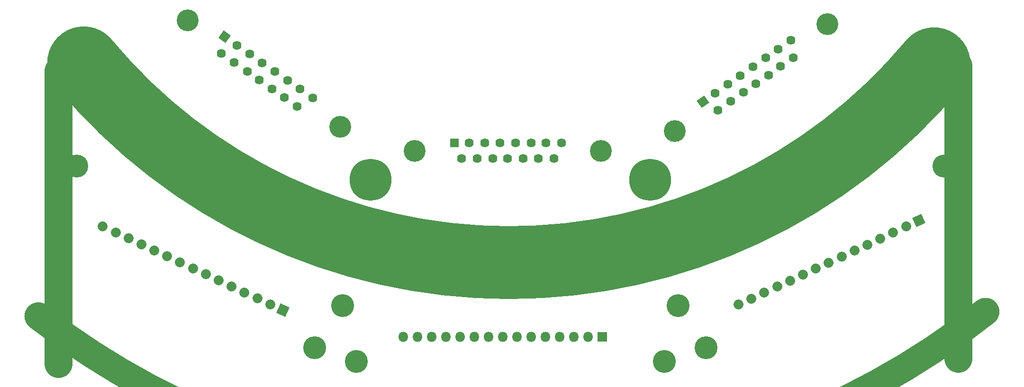
<source format=gbs>
G04 #@! TF.FileFunction,Soldermask,Bot*
%FSLAX46Y46*%
G04 Gerber Fmt 4.6, Leading zero omitted, Abs format (unit mm)*
G04 Created by KiCad (PCBNEW 4.0.6) date Fri Oct 27 18:31:30 2017*
%MOMM*%
%LPD*%
G01*
G04 APERTURE LIST*
%ADD10C,0.100000*%
%ADD11C,5.000000*%
%ADD12C,13.000000*%
%ADD13C,7.500000*%
%ADD14C,3.910000*%
%ADD15C,1.620000*%
%ADD16R,1.620000X1.620000*%
%ADD17C,1.800000*%
%ADD18R,1.800000X1.800000*%
%ADD19O,1.800000X1.800000*%
%ADD20C,4.100000*%
G04 APERTURE END LIST*
D10*
D11*
X69200000Y-120400000D02*
X69200000Y-67900000D01*
D12*
X73765725Y-66538265D02*
G75*
G03X225700000Y-66700000I76034275J62988265D01*
G01*
D11*
X230000000Y-119500000D02*
X230000000Y-67000000D01*
X65669707Y-111877393D02*
G75*
G03X234900000Y-111070000I84100293J108317393D01*
G01*
D13*
X175000000Y-87500000D03*
D14*
X92322822Y-58918684D03*
X119576010Y-78001572D03*
D10*
G36*
X97821890Y-62048916D02*
X98751084Y-60721890D01*
X100078110Y-61651084D01*
X99148916Y-62978110D01*
X97821890Y-62048916D01*
X97821890Y-62048916D01*
G37*
D15*
X101137136Y-63381449D03*
X103422570Y-64981727D03*
X105609706Y-66513176D03*
X107895140Y-68113455D03*
X110188766Y-69719469D03*
X112367710Y-71245182D03*
X114661336Y-72851196D03*
X98390045Y-64863876D03*
X100675479Y-66464155D03*
X102969105Y-68070169D03*
X105156241Y-69601618D03*
X107441675Y-71201896D03*
X109628811Y-72733345D03*
X111914245Y-74333623D03*
D14*
X179388235Y-78717949D03*
X206641423Y-59635061D03*
D10*
G36*
X184210483Y-74621118D02*
X183281289Y-73294092D01*
X184608315Y-72364898D01*
X185537509Y-73691924D01*
X184210483Y-74621118D01*
X184210483Y-74621118D01*
G37*
D15*
X186596535Y-71961559D03*
X188881969Y-70361281D03*
X191069105Y-68829832D03*
X193354539Y-67229553D03*
X195648165Y-65623539D03*
X197827109Y-64097826D03*
X200120735Y-62491812D03*
X187050000Y-75050000D03*
X189335435Y-73449722D03*
X191629060Y-71843708D03*
X193816196Y-70312259D03*
X196101630Y-68711981D03*
X198288766Y-67180531D03*
X200574201Y-65580253D03*
D14*
X132880000Y-82260000D03*
X166150000Y-82260000D03*
D16*
X139990000Y-80860000D03*
D15*
X142660000Y-80860000D03*
X145450000Y-80860000D03*
X148120000Y-80860000D03*
X150910000Y-80860000D03*
X153710000Y-80860000D03*
X156370000Y-80860000D03*
X159170000Y-80860000D03*
X141260000Y-83650000D03*
X144050000Y-83650000D03*
X146850000Y-83650000D03*
X149520000Y-83650000D03*
X152310000Y-83650000D03*
X154980000Y-83650000D03*
X157770000Y-83650000D03*
D10*
G36*
X108922766Y-109597769D02*
X110554120Y-110358481D01*
X109793408Y-111989835D01*
X108162054Y-111229123D01*
X108922766Y-109597769D01*
X108922766Y-109597769D01*
G37*
D17*
X107056065Y-109720352D02*
X107056065Y-109720352D01*
X104754043Y-108646901D02*
X104754043Y-108646901D01*
X102452022Y-107573451D02*
X102452022Y-107573451D01*
X100150000Y-106500000D02*
X100150000Y-106500000D01*
X97847978Y-105426550D02*
X97847978Y-105426550D01*
X95545956Y-104353100D02*
X95545956Y-104353100D01*
X93243935Y-103279649D02*
X93243935Y-103279649D01*
X90941913Y-102206199D02*
X90941913Y-102206199D01*
X88639891Y-101132749D02*
X88639891Y-101132749D01*
X86337869Y-100059298D02*
X86337869Y-100059298D01*
X84035847Y-98985848D02*
X84035847Y-98985848D01*
X81733826Y-97912397D02*
X81733826Y-97912397D01*
X79431804Y-96838947D02*
X79431804Y-96838947D01*
X77129782Y-95765497D02*
X77129782Y-95765497D01*
D10*
G36*
X221760032Y-94294328D02*
X223391386Y-93533616D01*
X224152098Y-95164970D01*
X222520744Y-95925682D01*
X221760032Y-94294328D01*
X221760032Y-94294328D01*
G37*
D17*
X220654043Y-95803099D02*
X220654043Y-95803099D01*
X218352021Y-96876550D02*
X218352021Y-96876550D01*
X216050000Y-97950000D02*
X216050000Y-97950000D01*
X213747978Y-99023451D02*
X213747978Y-99023451D01*
X211445956Y-100096901D02*
X211445956Y-100096901D01*
X209143934Y-101170351D02*
X209143934Y-101170351D01*
X206841913Y-102243802D02*
X206841913Y-102243802D01*
X204539891Y-103317252D02*
X204539891Y-103317252D01*
X202237869Y-104390702D02*
X202237869Y-104390702D01*
X199935847Y-105464153D02*
X199935847Y-105464153D01*
X197633825Y-106537603D02*
X197633825Y-106537603D01*
X195331804Y-107611054D02*
X195331804Y-107611054D01*
X193029782Y-108684504D02*
X193029782Y-108684504D01*
X190727760Y-109757954D02*
X190727760Y-109757954D01*
D18*
X166440000Y-115600000D03*
D19*
X163900000Y-115600000D03*
X161360000Y-115600000D03*
X158820000Y-115600000D03*
X156280000Y-115600000D03*
X153740000Y-115600000D03*
X151200000Y-115600000D03*
X148660000Y-115600000D03*
X146120000Y-115600000D03*
X143580000Y-115600000D03*
X141040000Y-115600000D03*
X138500000Y-115600000D03*
X135960000Y-115600000D03*
X133420000Y-115600000D03*
X130880000Y-115600000D03*
D13*
X125000000Y-87500000D03*
D20*
X115000000Y-117500000D03*
X122500000Y-120000000D03*
X185000000Y-117500000D03*
X177500000Y-120000000D03*
X120000000Y-110000000D03*
X180000000Y-110000000D03*
X227500000Y-85000000D03*
X72500000Y-85000000D03*
M02*

</source>
